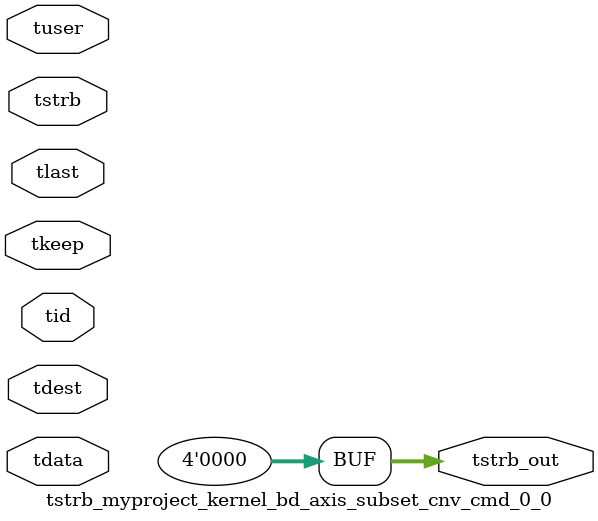
<source format=v>


`timescale 1ps/1ps

module tstrb_myproject_kernel_bd_axis_subset_cnv_cmd_0_0 #
(
parameter C_S_AXIS_TDATA_WIDTH = 32,
parameter C_S_AXIS_TUSER_WIDTH = 0,
parameter C_S_AXIS_TID_WIDTH   = 0,
parameter C_S_AXIS_TDEST_WIDTH = 0,
parameter C_M_AXIS_TDATA_WIDTH = 32
)
(
input  [(C_S_AXIS_TDATA_WIDTH == 0 ? 1 : C_S_AXIS_TDATA_WIDTH)-1:0     ] tdata,
input  [(C_S_AXIS_TUSER_WIDTH == 0 ? 1 : C_S_AXIS_TUSER_WIDTH)-1:0     ] tuser,
input  [(C_S_AXIS_TID_WIDTH   == 0 ? 1 : C_S_AXIS_TID_WIDTH)-1:0       ] tid,
input  [(C_S_AXIS_TDEST_WIDTH == 0 ? 1 : C_S_AXIS_TDEST_WIDTH)-1:0     ] tdest,
input  [(C_S_AXIS_TDATA_WIDTH/8)-1:0 ] tkeep,
input  [(C_S_AXIS_TDATA_WIDTH/8)-1:0 ] tstrb,
input                                                                    tlast,
output [(C_M_AXIS_TDATA_WIDTH/8)-1:0 ] tstrb_out
);

assign tstrb_out = {1'b0};

endmodule


</source>
